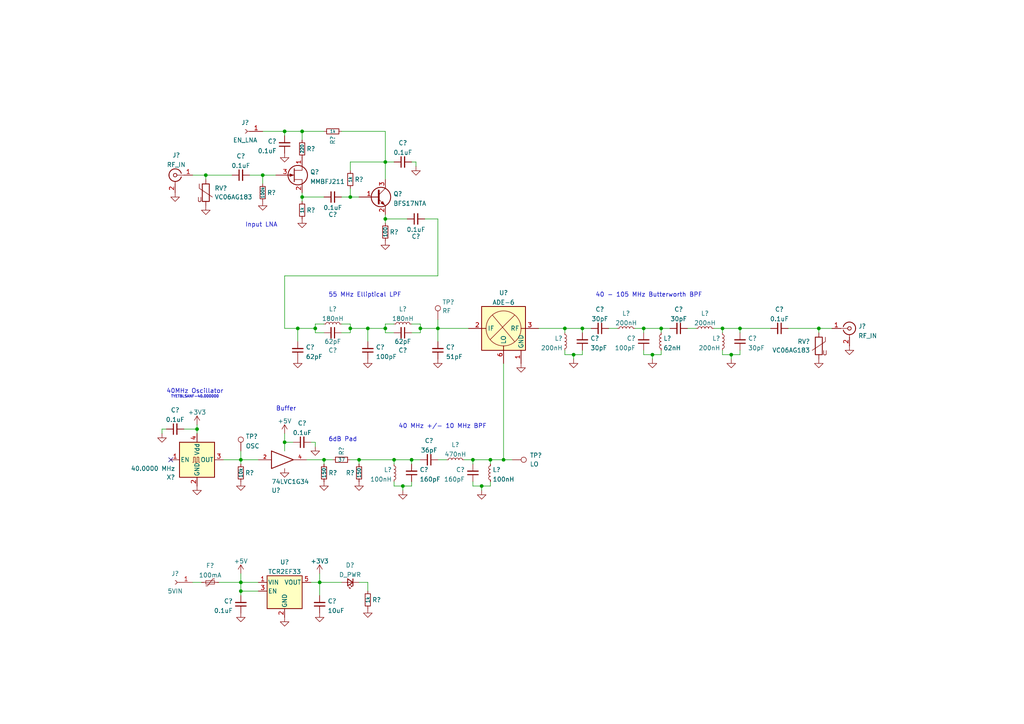
<source format=kicad_sch>
(kicad_sch (version 20211123) (generator eeschema)
  (paper "A4")
  (title_block (title "Panatap-Upconverter") (date "2022-04-26") (rev "A") (company "W3AXL"))
  (lib_symbols
    (symbol "74xGxx:74LVC1G34" (pin_names (offset 1.016))
      (property "Reference" "U" (at -2.54 3.81 0))
      (property "Value" "74LVC1G34" (at 0 -3.81 0))
      (symbol "74LVC1G34_0_1"
        (polyline (pts (xy -3.81 2.54) (xy -3.81 -2.54) (xy 2.54 0) (xy -3.81 2.54)) (stroke (width 0.254)))
      )
      (symbol "74LVC1G34_1_1"
        (pin input line (at -7.62 0 0) (length 3.81) (name "~") (number "2"))
        (pin power_in line (at 0 -2.54 270) (length 0) hide (name "GND") (number "3"))
        (pin output line (at 6.35 0 180) (length 3.81) (name "~") (number "4"))
        (pin power_in line (at 0 2.54 90) (length 0) hide (name "VCC") (number "5"))
      )
    )
    (symbol "Connector:Conn_01x01_Female" (pin_names (offset 1.016) hide)
      (property "Reference" "J" (at 0 2.54 0))
      (property "Value" "Conn_01x01_Female" (at 0 -2.54 0))
      (symbol "Conn_01x01_Female_1_1"
        (polyline (pts (xy -1.27 0) (xy -0.508 0)) (stroke (width 0.1524)))
        (arc (start 0 0.508) (mid -0.508 0) (end 0 -0.508) (stroke (width 0.1524)))
        (pin passive line (at -5.08 0 0) (length 3.81) (name "Pin_1") (number "1"))
      )
    )
    (symbol "Connector:Conn_Coaxial" (pin_names (offset 1.016) hide)
      (property "Reference" "J" (at 0.254 3.048 0))
      (property "Value" "Conn_Coaxial" (at 2.921 0 90))
      (symbol "Conn_Coaxial_0_1"
        (arc (start -1.778 -0.508) (mid 0.222 -1.808) (end 1.778 0) (stroke (width 0.254)))
        (polyline (pts (xy -2.54 0) (xy -0.508 0)))
        (polyline (pts (xy 0 -2.54) (xy 0 -1.778)))
        (circle (center 0 0) (radius 0.508) (stroke (width 0.2032)))
        (arc (start 1.778 0) (mid 0.2221 1.8083) (end -1.778 0.508) (stroke (width 0.254)))
      )
      (symbol "Conn_Coaxial_1_1"
        (pin passive line (at -5.08 0 0) (length 2.54) (name "In") (number "1"))
        (pin passive line (at 0 -5.08 90) (length 2.54) (name "Ext") (number "2"))
      )
    )
    (symbol "Connector:TestPoint" (pin_numbers hide) (pin_names (offset 0.762) hide)
      (property "Reference" "TP" (at 0 6.858 0))
      (property "Value" "TestPoint" (at 0 5.08 0))
      (symbol "TestPoint_0_1"
        (circle (center 0 3.302) (radius 0.762))
      )
      (symbol "TestPoint_1_1"
        (pin passive line (at 0 0 90) (length 2.54) (name "1") (number "1"))
      )
    )
    (symbol "Device:C_Small" (pin_numbers hide) (pin_names (offset 0.254) hide)
      (property "Reference" "C" (at 0.254 1.778 0))
      (property "Value" "C_Small" (at 0.254 -2.032 0))
      (symbol "C_Small_0_1"
        (polyline (pts (xy -1.524 -0.508) (xy 1.524 -0.508)) (stroke (width 0.3302)))
        (polyline (pts (xy -1.524 0.508) (xy 1.524 0.508)) (stroke (width 0.3048)))
      )
      (symbol "C_Small_1_1"
        (pin passive line (at 0 2.54 270) (length 2.032) (name "~") (number "1"))
        (pin passive line (at 0 -2.54 90) (length 2.032) (name "~") (number "2"))
      )
    )
    (symbol "Device:LED_Small" (pin_numbers hide) (pin_names (offset 0.254) hide)
      (property "Reference" "D" (at -1.27 3.175 0))
      (property "Value" "LED_Small" (at -4.445 -2.54 0))
      (symbol "LED_Small_0_1"
        (polyline (pts (xy -0.762 -1.016) (xy -0.762 1.016)) (stroke (width 0.254)))
        (polyline (pts (xy 1.016 0) (xy -0.762 0)))
        (polyline (pts (xy 0.762 -1.016) (xy -0.762 0) (xy 0.762 1.016) (xy 0.762 -1.016)) (stroke (width 0.254)))
        (polyline (pts (xy 0 0.762) (xy -0.508 1.27) (xy -0.254 1.27) (xy -0.508 1.27) (xy -0.508 1.016)))
        (polyline (pts (xy 0.508 1.27) (xy 0 1.778) (xy 0.254 1.778) (xy 0 1.778) (xy 0 1.524)))
      )
      (symbol "LED_Small_1_1"
        (pin passive line (at -2.54 0 0) (length 1.778) (name "K") (number "1"))
        (pin passive line (at 2.54 0 180) (length 1.778) (name "A") (number "2"))
      )
    )
    (symbol "Device:L_Small" (pin_numbers hide) (pin_names (offset 0.254) hide)
      (property "Reference" "L" (at 0.762 1.016 0))
      (property "Value" "L_Small" (at 0.762 -1.016 0))
      (symbol "L_Small_0_1"
        (arc (start 0 -2.032) (mid 0.508 -1.524) (end 0 -1.016))
        (arc (start 0 -1.016) (mid 0.508 -0.508) (end 0 0))
        (arc (start 0 0) (mid 0.508 0.508) (end 0 1.016))
        (arc (start 0 1.016) (mid 0.508 1.524) (end 0 2.032))
      )
      (symbol "L_Small_1_1"
        (pin passive line (at 0 2.54 270) (length 0.508) (name "~") (number "1"))
        (pin passive line (at 0 -2.54 90) (length 0.508) (name "~") (number "2"))
      )
    )
    (symbol "Device:Polyfuse_Small" (pin_numbers hide) (pin_names (offset 0))
      (property "Reference" "F" (at -1.905 0 90))
      (property "Value" "Polyfuse_Small" (at 1.905 0 90))
      (symbol "Polyfuse_Small_0_1"
        (rectangle (start -0.508 1.27) (end 0.508 -1.27))
        (polyline (pts (xy 0 2.54) (xy 0 -2.54)))
        (polyline (pts (xy -1.016 1.27) (xy -1.016 0.762) (xy 1.016 -0.762) (xy 1.016 -1.27)))
      )
      (symbol "Polyfuse_Small_1_1"
        (pin passive line (at 0 2.54 270) (length 0.635) (name "~") (number "1"))
        (pin passive line (at 0 -2.54 90) (length 0.635) (name "~") (number "2"))
      )
    )
    (symbol "Device:Q_NJFET_DSG" (pin_names (offset 0) hide)
      (property "Reference" "Q" (at 5.08 1.27 0))
      (property "Value" "Q_NJFET_DSG" (at 5.08 -1.27 0))
      (symbol "Q_NJFET_DSG_0_1"
        (polyline (pts (xy 0.254 1.905) (xy 0.254 -1.905) (xy 0.254 -1.905)) (stroke (width 0.254)))
        (polyline (pts (xy 2.54 -2.54) (xy 2.54 -1.27) (xy 0.254 -1.27)))
        (polyline (pts (xy 2.54 2.54) (xy 2.54 1.397) (xy 0.254 1.397)))
        (polyline (pts (xy 0 0) (xy -1.016 0.381) (xy -1.016 -0.381) (xy 0 0)) (fill (type outline)))
        (circle (center 1.27 0) (radius 2.8194) (stroke (width 0.254)))
      )
      (symbol "Q_NJFET_DSG_1_1"
        (pin passive line (at 2.54 5.08 270) (length 2.54) (name "D") (number "1"))
        (pin passive line (at 2.54 -5.08 90) (length 2.54) (name "S") (number "2"))
        (pin input line (at -5.08 0 0) (length 5.334) (name "G") (number "3"))
      )
    )
    (symbol "Device:Q_NPN_BEC" (pin_names (offset 0) hide)
      (property "Reference" "Q" (at 5.08 1.27 0))
      (property "Value" "Q_NPN_BEC" (at 5.08 -1.27 0))
      (symbol "Q_NPN_BEC_0_1"
        (polyline (pts (xy 0.635 0.635) (xy 2.54 2.54)))
        (polyline (pts (xy 0.635 -0.635) (xy 2.54 -2.54) (xy 2.54 -2.54)))
        (polyline (pts (xy 0.635 1.905) (xy 0.635 -1.905) (xy 0.635 -1.905)) (stroke (width 0.508)))
        (polyline (pts (xy 1.27 -1.778) (xy 1.778 -1.27) (xy 2.286 -2.286) (xy 1.27 -1.778) (xy 1.27 -1.778)) (fill (type outline)))
        (circle (center 1.27 0) (radius 2.8194) (stroke (width 0.254)))
      )
      (symbol "Q_NPN_BEC_1_1"
        (pin input line (at -5.08 0 0) (length 5.715) (name "B") (number "1"))
        (pin passive line (at 2.54 -5.08 90) (length 2.54) (name "E") (number "2"))
        (pin passive line (at 2.54 5.08 270) (length 2.54) (name "C") (number "3"))
      )
    )
    (symbol "Device:R_Small" (pin_numbers hide) (pin_names (offset 0.254) hide)
      (property "Reference" "R" (at 0.762 0.508 0))
      (property "Value" "R_Small" (at 0.762 -1.016 0))
      (symbol "R_Small_0_1"
        (rectangle (start -0.762 1.778) (end 0.762 -1.778) (stroke (width 0.2032)))
      )
      (symbol "R_Small_1_1"
        (pin passive line (at 0 2.54 270) (length 0.762) (name "~") (number "1"))
        (pin passive line (at 0 -2.54 90) (length 0.762) (name "~") (number "2"))
      )
    )
    (symbol "Device:Varistor" (pin_numbers hide) (pin_names (offset 0))
      (property "Reference" "RV" (at 3.175 0 90))
      (property "Value" "Varistor" (at -3.175 0 90))
      (symbol "Varistor_0_0"
        (text "U" (at -1.778 -2.032 0) (effects (font (size 1.27 1.27))))
      )
      (symbol "Varistor_0_1"
        (rectangle (start -1.016 -2.54) (end 1.016 2.54) (stroke (width 0.254)))
        (polyline (pts (xy -1.905 2.54) (xy -1.905 1.27) (xy 1.905 -1.27)))
      )
      (symbol "Varistor_1_1"
        (pin passive line (at 0 3.81 270) (length 1.27) (name "~") (number "1"))
        (pin passive line (at 0 -3.81 90) (length 1.27) (name "~") (number "2"))
      )
    )
    (symbol "Oscillator:TXC-7C" (pin_names (offset 0.254))
      (property "Reference" "X" (at -5.08 6.35 0))
      (property "Value" "TXC-7C" (at 1.27 -6.35 0))
      (symbol "TXC-7C_0_1"
        (rectangle (start -5.08 5.08) (end 5.08 -5.08) (stroke (width 0.254)) (fill (type background)))
        (polyline (pts (xy -1.27 -0.762) (xy -1.016 -0.762) (xy -1.016 0.762) (xy -0.508 0.762) (xy -0.508 -0.762) (xy 0 -0.762) (xy 0 0.762) (xy 0.508 0.762) (xy 0.508 -0.762) (xy 0.762 -0.762)))
      )
      (symbol "TXC-7C_1_1"
        (pin input line (at -7.62 0 0) (length 2.54) (name "EN") (number "1"))
        (pin power_in line (at 0 -7.62 90) (length 2.54) (name "GND") (number "2"))
        (pin output line (at 7.62 0 180) (length 2.54) (name "OUT") (number "3"))
        (pin power_in line (at 0 7.62 270) (length 2.54) (name "Vdd") (number "4"))
      )
    )
    (symbol "RF_Mixer:ADE-6"
      (property "Reference" "U" (at -6.35 7.62 0))
      (property "Value" "ADE-6" (at 6.35 7.62 0))
      (symbol "ADE-6_0_1"
        (rectangle (start -6.35 6.35) (end 6.35 -6.35) (stroke (width 0.254)) (fill (type background)))
        (polyline (pts (xy -3.175 -3.81) (xy 3.175 3.81)))
        (polyline (pts (xy 3.81 -3.175) (xy -3.175 3.81)))
        (circle (center 0 0) (radius 5.08))
      )
      (symbol "ADE-6_1_1"
        (pin power_in line (at -5.08 -10.16 90) (length 3.81) (name "GND") (number "1"))
        (pin output line (at 10.16 0 180) (length 5.08) (name "IF") (number "2"))
        (pin input line (at -10.16 0 0) (length 5.08) (name "RF") (number "3"))
        (pin passive line (at -5.08 -10.16 90) (length 3.81) hide (name "GND") (number "4"))
        (pin passive line (at -5.08 -10.16 90) (length 3.81) hide (name "GND") (number "5"))
        (pin input line (at 0 -10.16 90) (length 5.08) (name "LO") (number "6"))
      )
    )
    (symbol "Regulator_Linear:AP2127K-3.3" (pin_names (offset 0.254))
      (property "Reference" "U" (at -5.08 5.715 0))
      (property "Value" "AP2127K-3.3" (at 0 5.715 0))
      (symbol "AP2127K-3.3_0_1"
        (rectangle (start -5.08 4.445) (end 5.08 -5.08) (stroke (width 0.254)) (fill (type background)))
      )
      (symbol "AP2127K-3.3_1_1"
        (pin power_in line (at -7.62 2.54 0) (length 2.54) (name "VIN") (number "1"))
        (pin power_in line (at 0 -7.62 90) (length 2.54) (name "GND") (number "2"))
        (pin input line (at -7.62 0 0) (length 2.54) (name "EN") (number "3"))
        (pin no_connect line (at 5.08 0 180) (length 2.54) hide (name "NC") (number "4"))
        (pin power_out line (at 7.62 2.54 180) (length 2.54) (name "VOUT") (number "5"))
      )
    )
    (symbol "power:+3V3" (power) (pin_names (offset 0))
      (property "Value" "+3V3" (at 0 3.556 0))
      (symbol "+3V3_0_1"
        (polyline (pts (xy -0.762 1.27) (xy 0 2.54)))
        (polyline (pts (xy 0 0) (xy 0 2.54)))
        (polyline (pts (xy 0 2.54) (xy 0.762 1.27)))
      )
      (symbol "+3V3_1_1"
        (pin power_in line (at 0 0 90) (length 0) hide (name "+3V3") (number "1"))
      )
    )
    (symbol "power:+5V" (power) (pin_names (offset 0))
      (property "Value" "+5V" (at 0 3.556 0))
      (symbol "+5V_0_1"
        (polyline (pts (xy -0.762 1.27) (xy 0 2.54)))
        (polyline (pts (xy 0 0) (xy 0 2.54)))
        (polyline (pts (xy 0 2.54) (xy 0.762 1.27)))
      )
      (symbol "+5V_1_1"
        (pin power_in line (at 0 0 90) (length 0) hide (name "+5V") (number "1"))
      )
    )
    (symbol "power:GND" (power) (pin_names (offset 0))
      (property "Value" "GND" (at 0 -3.81 0))
      (symbol "GND_0_1"
        (polyline (pts (xy 0 0) (xy 0 -1.27) (xy 1.27 -1.27) (xy 0 -2.54) (xy -1.27 -1.27) (xy 0 -1.27)))
      )
      (symbol "GND_1_1"
        (pin power_in line (at 0 0 270) (length 0) hide (name "GND") (number "1"))
      )
    )
  )
  (junction (at 82.55 38.1))
  (junction (at 116.84 140.97))
  (junction (at 91.44 95.25))
  (junction (at 87.63 38.1))
  (junction (at 214.63 95.25))
  (junction (at 163.83 95.25))
  (junction (at 137.16 133.35))
  (junction (at 146.05 133.35))
  (junction (at 114.3 133.35))
  (junction (at 139.7 140.97))
  (junction (at 57.15 124.46))
  (junction (at 111.76 63.5))
  (junction (at 86.36 95.25))
  (junction (at 189.23 102.87))
  (junction (at 111.76 46.99))
  (junction (at 69.85 133.35))
  (junction (at 101.6 95.25))
  (junction (at 111.76 95.25))
  (junction (at 166.37 102.87))
  (junction (at 82.55 128.27))
  (junction (at 119.38 133.35))
  (junction (at 104.14 133.35))
  (junction (at 237.49 95.25))
  (junction (at 127 95.25))
  (junction (at 76.2 50.8))
  (junction (at 212.09 102.87))
  (junction (at 101.6 57.15))
  (junction (at 142.24 133.35))
  (junction (at 121.92 95.25))
  (junction (at 59.69 50.8))
  (junction (at 69.85 168.91))
  (junction (at 92.71 168.91))
  (junction (at 93.98 133.35))
  (junction (at 69.85 171.45))
  (junction (at 87.63 57.15))
  (junction (at 191.77 95.25))
  (junction (at 186.69 95.25))
  (junction (at 168.91 95.25))
  (junction (at 209.55 95.25))
  (junction (at 106.68 95.25))
  (no_connect (at 49.53 133.35))
  (wire (pts (xy 186.69 95.25) (xy 191.77 95.25)))
  (wire (pts (xy 214.63 95.25) (xy 223.52 95.25)))
  (wire (pts (xy 163.83 102.87) (xy 166.37 102.87)))
  (wire (pts (xy 184.15 95.25) (xy 186.69 95.25)))
  (wire (pts (xy 59.69 50.8) (xy 59.69 52.07)))
  (wire (pts (xy 46.99 124.46) (xy 46.99 125.73)))
  (wire (pts (xy 82.55 95.25) (xy 86.36 95.25)))
  (wire (pts (xy 90.17 128.27) (xy 91.44 128.27)))
  (wire (pts (xy 119.38 93.98) (xy 121.92 93.98)))
  (wire (pts (xy 228.6 95.25) (xy 237.49 95.25)))
  (wire (pts (xy 106.68 95.25) (xy 106.68 99.06)))
  (wire (pts (xy 69.85 133.35) (xy 74.93 133.35)))
  (wire (pts (xy 207.01 95.25) (xy 209.55 95.25)))
  (wire (pts (xy 142.24 133.35) (xy 142.24 134.62)))
  (wire (pts (xy 166.37 102.87) (xy 168.91 102.87)))
  (wire (pts (xy 111.76 93.98) (xy 111.76 95.25)))
  (wire (pts (xy 163.83 101.6) (xy 163.83 102.87)))
  (wire (pts (xy 186.69 95.25) (xy 186.69 96.52)))
  (wire (pts (xy 93.98 133.35) (xy 96.52 133.35)))
  (wire (pts (xy 101.6 49.53) (xy 101.6 46.99)))
  (wire (pts (xy 127 95.25) (xy 127 99.06)))
  (wire (pts (xy 237.49 95.25) (xy 237.49 96.52)))
  (wire (pts (xy 91.44 95.25) (xy 91.44 96.52)))
  (wire (pts (xy 119.38 46.99) (xy 120.65 46.99)))
  (wire (pts (xy 214.63 102.87) (xy 214.63 101.6)))
  (wire (pts (xy 146.05 133.35) (xy 146.05 105.41)))
  (wire (pts (xy 93.98 133.35) (xy 93.98 134.62)))
  (wire (pts (xy 127 95.25) (xy 135.89 95.25)))
  (wire (pts (xy 99.06 38.1) (xy 111.76 38.1)))
  (wire (pts (xy 69.85 133.35) (xy 69.85 134.62)))
  (wire (pts (xy 82.55 38.1) (xy 87.63 38.1)))
  (wire (pts (xy 69.85 168.91) (xy 74.93 168.91)))
  (wire (pts (xy 176.53 95.25) (xy 179.07 95.25)))
  (wire (pts (xy 137.16 139.7) (xy 137.16 140.97)))
  (wire (pts (xy 123.19 63.5) (xy 127 63.5)))
  (wire (pts (xy 166.37 102.87) (xy 166.37 104.14)))
  (wire (pts (xy 189.23 102.87) (xy 189.23 104.14)))
  (wire (pts (xy 114.3 140.97) (xy 116.84 140.97)))
  (wire (pts (xy 82.55 125.73) (xy 82.55 128.27)))
  (wire (pts (xy 101.6 93.98) (xy 101.6 95.25)))
  (wire (pts (xy 87.63 38.1) (xy 87.63 40.64)))
  (wire (pts (xy 212.09 102.87) (xy 214.63 102.87)))
  (wire (pts (xy 104.14 133.35) (xy 114.3 133.35)))
  (wire (pts (xy 99.06 93.98) (xy 101.6 93.98)))
  (wire (pts (xy 111.76 96.52) (xy 114.3 96.52)))
  (wire (pts (xy 168.91 95.25) (xy 171.45 95.25)))
  (wire (pts (xy 99.06 57.15) (xy 101.6 57.15)))
  (wire (pts (xy 139.7 140.97) (xy 139.7 142.24)))
  (wire (pts (xy 163.83 95.25) (xy 163.83 96.52)))
  (wire (pts (xy 55.88 50.8) (xy 59.69 50.8)))
  (wire (pts (xy 127 133.35) (xy 129.54 133.35)))
  (wire (pts (xy 92.71 168.91) (xy 99.06 168.91)))
  (wire (pts (xy 119.38 133.35) (xy 121.92 133.35)))
  (wire (pts (xy 127 63.5) (xy 127 80.01)))
  (wire (pts (xy 146.05 133.35) (xy 148.59 133.35)))
  (wire (pts (xy 86.36 95.25) (xy 91.44 95.25)))
  (wire (pts (xy 86.36 95.25) (xy 86.36 99.06)))
  (wire (pts (xy 53.34 124.46) (xy 57.15 124.46)))
  (wire (pts (xy 111.76 93.98) (xy 114.3 93.98)))
  (wire (pts (xy 168.91 95.25) (xy 168.91 96.52)))
  (wire (pts (xy 121.92 93.98) (xy 121.92 95.25)))
  (wire (pts (xy 127 80.01) (xy 82.55 80.01)))
  (wire (pts (xy 55.88 168.91) (xy 58.42 168.91)))
  (wire (pts (xy 120.65 46.99) (xy 120.65 48.26)))
  (wire (pts (xy 137.16 133.35) (xy 137.16 134.62)))
  (wire (pts (xy 91.44 128.27) (xy 91.44 129.54)))
  (wire (pts (xy 104.14 168.91) (xy 106.68 168.91)))
  (wire (pts (xy 63.5 168.91) (xy 69.85 168.91)))
  (wire (pts (xy 57.15 123.19) (xy 57.15 124.46)))
  (wire (pts (xy 191.77 95.25) (xy 194.31 95.25)))
  (wire (pts (xy 101.6 54.61) (xy 101.6 57.15)))
  (wire (pts (xy 209.55 95.25) (xy 214.63 95.25)))
  (wire (pts (xy 87.63 57.15) (xy 93.98 57.15)))
  (wire (pts (xy 119.38 133.35) (xy 119.38 134.62)))
  (wire (pts (xy 82.55 80.01) (xy 82.55 95.25)))
  (wire (pts (xy 114.3 133.35) (xy 119.38 133.35)))
  (wire (pts (xy 139.7 140.97) (xy 142.24 140.97)))
  (wire (pts (xy 186.69 101.6) (xy 186.69 102.87)))
  (wire (pts (xy 111.76 63.5) (xy 111.76 64.77)))
  (wire (pts (xy 76.2 50.8) (xy 80.01 50.8)))
  (wire (pts (xy 214.63 95.25) (xy 214.63 96.52)))
  (wire (pts (xy 90.17 168.91) (xy 92.71 168.91)))
  (wire (pts (xy 142.24 133.35) (xy 146.05 133.35)))
  (wire (pts (xy 48.26 124.46) (xy 46.99 124.46)))
  (wire (pts (xy 212.09 102.87) (xy 212.09 104.14)))
  (wire (pts (xy 87.63 57.15) (xy 87.63 58.42)))
  (wire (pts (xy 101.6 95.25) (xy 106.68 95.25)))
  (wire (pts (xy 91.44 93.98) (xy 91.44 95.25)))
  (wire (pts (xy 72.39 50.8) (xy 76.2 50.8)))
  (wire (pts (xy 76.2 38.1) (xy 82.55 38.1)))
  (wire (pts (xy 111.76 95.25) (xy 111.76 96.52)))
  (wire (pts (xy 119.38 140.97) (xy 119.38 139.7)))
  (wire (pts (xy 121.92 96.52) (xy 119.38 96.52)))
  (wire (pts (xy 101.6 46.99) (xy 111.76 46.99)))
  (wire (pts (xy 168.91 102.87) (xy 168.91 101.6)))
  (wire (pts (xy 209.55 102.87) (xy 212.09 102.87)))
  (wire (pts (xy 156.21 95.25) (xy 163.83 95.25)))
  (wire (pts (xy 76.2 50.8) (xy 76.2 53.34)))
  (wire (pts (xy 191.77 102.87) (xy 191.77 101.6)))
  (wire (pts (xy 116.84 140.97) (xy 116.84 142.24)))
  (wire (pts (xy 191.77 95.25) (xy 191.77 96.52)))
  (wire (pts (xy 101.6 96.52) (xy 99.06 96.52)))
  (wire (pts (xy 116.84 140.97) (xy 119.38 140.97)))
  (wire (pts (xy 57.15 124.46) (xy 57.15 125.73)))
  (wire (pts (xy 114.3 139.7) (xy 114.3 140.97)))
  (wire (pts (xy 142.24 140.97) (xy 142.24 139.7)))
  (wire (pts (xy 106.68 95.25) (xy 111.76 95.25)))
  (wire (pts (xy 111.76 63.5) (xy 118.11 63.5)))
  (wire (pts (xy 186.69 102.87) (xy 189.23 102.87)))
  (wire (pts (xy 91.44 96.52) (xy 93.98 96.52)))
  (wire (pts (xy 137.16 133.35) (xy 142.24 133.35)))
  (wire (pts (xy 101.6 133.35) (xy 104.14 133.35)))
  (wire (pts (xy 88.9 133.35) (xy 93.98 133.35)))
  (wire (pts (xy 121.92 95.25) (xy 127 95.25)))
  (wire (pts (xy 127 92.71) (xy 127 95.25)))
  (wire (pts (xy 82.55 38.1) (xy 82.55 39.37)))
  (wire (pts (xy 137.16 140.97) (xy 139.7 140.97)))
  (wire (pts (xy 69.85 166.37) (xy 69.85 168.91)))
  (wire (pts (xy 69.85 168.91) (xy 69.85 171.45)))
  (wire (pts (xy 189.23 102.87) (xy 191.77 102.87)))
  (wire (pts (xy 59.69 50.8) (xy 67.31 50.8)))
  (wire (pts (xy 114.3 133.35) (xy 114.3 134.62)))
  (wire (pts (xy 134.62 133.35) (xy 137.16 133.35)))
  (wire (pts (xy 209.55 95.25) (xy 209.55 96.52)))
  (wire (pts (xy 101.6 57.15) (xy 104.14 57.15)))
  (wire (pts (xy 111.76 46.99) (xy 111.76 52.07)))
  (wire (pts (xy 92.71 166.37) (xy 92.71 168.91)))
  (wire (pts (xy 111.76 46.99) (xy 114.3 46.99)))
  (wire (pts (xy 87.63 38.1) (xy 93.98 38.1)))
  (wire (pts (xy 209.55 101.6) (xy 209.55 102.87)))
  (wire (pts (xy 199.39 95.25) (xy 201.93 95.25)))
  (wire (pts (xy 111.76 62.23) (xy 111.76 63.5)))
  (wire (pts (xy 163.83 95.25) (xy 168.91 95.25)))
  (wire (pts (xy 69.85 130.81) (xy 69.85 133.35)))
  (wire (pts (xy 91.44 93.98) (xy 93.98 93.98)))
  (wire (pts (xy 101.6 95.25) (xy 101.6 96.52)))
  (wire (pts (xy 82.55 128.27) (xy 85.09 128.27)))
  (wire (pts (xy 87.63 55.88) (xy 87.63 57.15)))
  (wire (pts (xy 121.92 95.25) (xy 121.92 96.52)))
  (wire (pts (xy 106.68 168.91) (xy 106.68 171.45)))
  (wire (pts (xy 237.49 95.25) (xy 241.3 95.25)))
  (wire (pts (xy 82.55 128.27) (xy 82.55 130.81)))
  (wire (pts (xy 69.85 171.45) (xy 69.85 172.72)))
  (wire (pts (xy 111.76 38.1) (xy 111.76 46.99)))
  (wire (pts (xy 92.71 168.91) (xy 92.71 172.72)))
  (wire (pts (xy 104.14 133.35) (xy 104.14 134.62)))
  (wire (pts (xy 64.77 133.35) (xy 69.85 133.35)))
  (wire (pts (xy 69.85 171.45) (xy 74.93 171.45)))
  (text "40 MHz +/- 10 MHz BPF" (at 115.57 124.46 0) (effects (font (size 1.27 1.27)) (justify left bottom)))
  (text "Buffer" (at 80.01 119.38 0) (effects (font (size 1.27 1.27)) (justify left bottom)))
  (text "6dB Pad" (at 95.25 128.27 0) (effects (font (size 1.27 1.27)) (justify left bottom)))
  (text "40MHz Oscillator" (at 48.26 114.3 0) (effects (font (size 1.27 1.27)) (justify left bottom)))
  (text "55 MHz Elliptical LPF" (at 95.25 86.36 0) (effects (font (size 1.27 1.27)) (justify left bottom)))
  (text "40 - 105 MHz Butterworth BPF" (at 172.72 86.36 0) (effects (font (size 1.27 1.27)) (justify left bottom)))
  (text "TYETBLSANF-40.000000" (at 49.53 115.57 0) (effects (font (size 0.762 0.762)) (justify left bottom)))
  (text "Input LNA" (at 71.12 66.04 0) (effects (font (size 1.27 1.27)) (justify left bottom)))
  (symbol (lib_id "power:GND") (at 104.14 139.7 0) (unit 1)
    (property "Reference" "#PWR?" (effects hide))
    (property "Value" "GND" (effects hide))
  )
  (symbol (lib_id "Device:R_Small") (at 69.85 137.16 180) (unit 1)
    (property "Reference" "R?" (at 71.12 137.16 0) (effects (justify right)))
    (property "Value" "10k" (at 69.85 137.16 90) (effects (font (size 1.016 1.016))))
  )
  (symbol (lib_id "Device:R_Small") (at 106.68 173.99 180) (unit 1)
    (property "Reference" "R?" (at 107.95 173.99 0) (effects (justify right)))
    (property "Value" "1k" (at 106.68 173.99 90) (effects (font (size 1.016 1.016))))
  )
  (symbol (lib_id "Device:C_Small") (at 186.69 99.06 0) (mirror x) (unit 1)
    (property "Reference" "C?" (at 184.3659 98.1451 0) (effects (justify right)))
    (property "Value" "100pF" (at 184.3659 100.9202 0) (effects (justify right)))
  )
  (symbol (lib_id "Device:L_Small") (at 181.61 95.25 270) (mirror x) (unit 1)
    (property "Reference" "L?" (at 181.61 90.9025 90))
    (property "Value" "200nH" (at 181.61 93.6776 90))
  )
  (symbol (lib_id "Device:C_Small") (at 86.36 101.6 180) (unit 1)
    (property "Reference" "C?" (at 88.6841 100.6851 0) (effects (justify right)))
    (property "Value" "62pF" (at 88.6841 103.4602 0) (effects (justify right)))
  )
  (symbol (lib_id "power:GND") (at 69.85 139.7 0) (unit 1)
    (property "Reference" "#PWR?" (effects hide))
    (property "Value" "GND" (effects hide))
  )
  (symbol (lib_id "power:GND") (at 189.23 104.14 0) (unit 1)
    (property "Reference" "#PWR?" (effects hide))
    (property "Value" "GND" (effects hide))
  )
  (symbol (lib_id "power:GND") (at 91.44 129.54 0) (unit 1)
    (property "Reference" "#PWR?" (effects hide))
    (property "Value" "GND" (effects hide))
  )
  (symbol (lib_id "power:GND") (at 87.63 63.5 0) (unit 1)
    (property "Reference" "#PWR?" (effects hide))
    (property "Value" "GND" (effects hide))
  )
  (symbol (lib_id "Device:L_Small") (at 209.55 99.06 0) (mirror x) (unit 1)
    (property "Reference" "L?" (at 208.9151 98.1515 0) (effects (justify right)))
    (property "Value" "200nH" (at 208.9151 100.9266 0) (effects (justify right)))
  )
  (symbol (lib_id "power:GND") (at 166.37 104.14 0) (unit 1)
    (property "Reference" "#PWR?" (effects hide))
    (property "Value" "GND" (effects hide))
  )
  (symbol (lib_id "Device:C_Small") (at 127 101.6 180) (unit 1)
    (property "Reference" "C?" (at 129.3241 100.6851 0) (effects (justify right)))
    (property "Value" "51pF" (at 129.3241 103.4602 0) (effects (justify right)))
  )
  (symbol (lib_id "power:GND") (at 237.49 104.14 0) (mirror y) (unit 1)
    (property "Reference" "#PWR?" (effects hide))
    (property "Value" "GND" (effects hide))
  )
  (symbol (lib_id "power:GND") (at 46.99 125.73 0) (unit 1)
    (property "Reference" "#PWR?" (effects hide))
    (property "Value" "GND" (effects hide))
  )
  (symbol (lib_id "power:GND") (at 59.69 59.69 0) (unit 1)
    (property "Reference" "#PWR?" (effects hide))
    (property "Value" "GND" (effects hide))
  )
  (symbol (lib_id "power:GND") (at 111.76 69.85 0) (unit 1)
    (property "Reference" "#PWR?" (effects hide))
    (property "Value" "GND" (effects hide))
  )
  (symbol (lib_id "power:GND") (at 106.68 104.14 0) (unit 1)
    (property "Reference" "#PWR?" (effects hide))
    (property "Value" "GND" (effects hide))
  )
  (symbol (lib_id "Device:R_Small") (at 93.98 137.16 180) (unit 1)
    (property "Reference" "R?" (at 95.25 137.16 0) (effects (justify right)))
    (property "Value" "150" (at 93.98 137.16 90) (effects (font (size 1.016 1.016))))
  )
  (symbol (lib_id "Device:C_Small") (at 87.63 128.27 90) (unit 1)
    (property "Reference" "C?" (at 87.6363 122.7414 90))
    (property "Value" "0.1uF" (at 87.6363 125.5165 90))
  )
  (symbol (lib_id "power:GND") (at 57.15 140.97 0) (unit 1)
    (property "Reference" "#PWR?" (effects hide))
    (property "Value" "GND" (effects hide))
  )
  (symbol (lib_id "Device:R_Small") (at 104.14 137.16 0) (mirror x) (unit 1)
    (property "Reference" "R?" (at 102.87 137.16 0) (effects (justify right)))
    (property "Value" "150" (at 104.14 137.16 90) (effects (font (size 1.016 1.016))))
  )
  (symbol (lib_id "Device:C_Small") (at 119.38 137.16 180) (unit 1)
    (property "Reference" "C?" (at 121.7041 136.2451 0) (effects (justify right)))
    (property "Value" "160pF" (at 121.7041 139.0202 0) (effects (justify right)))
  )
  (symbol (lib_id "Device:Q_NJFET_DSG") (at 85.09 50.8 0) (unit 1)
    (property "Reference" "Q?" (at 89.9414 49.8915 0) (effects (justify left)))
    (property "Value" "MMBFJ211" (at 89.9414 52.6666 0) (effects (justify left)))
  )
  (symbol (lib_id "Oscillator:TXC-7C") (at 57.15 133.35 0) (unit 1)
    (property "Reference" "X?" (at 50.8 138.43 0) (effects (justify right)))
    (property "Value" "40.0000 MHz" (at 50.8 135.89 0) (effects (justify right)))
    (property "Footprint" "Oscillator:Oscillator_SMD_TXC_7C-4Pin_5.0x3.2mm" (effects hide))
    (property "Datasheet" "http://www.txccorp.com/download/products/osc/7C_o.pdf" (effects hide))
  )
  (symbol (lib_id "Connector:Conn_01x01_Female") (at 50.8 168.91 0) (mirror y) (unit 1)
    (property "Reference" "J?" (at 50.8 166.37 0))
    (property "Value" "5VIN" (at 50.8 171.45 0))
  )
  (symbol (lib_id "Device:L_Small") (at 114.3 137.16 0) (mirror x) (unit 1)
    (property "Reference" "L?" (at 113.6651 136.2515 0) (effects (justify right)))
    (property "Value" "100nH" (at 113.6651 139.0266 0) (effects (justify right)))
  )
  (symbol (lib_id "power:+3V3") (at 92.71 166.37 0) (unit 1)
    (property "Reference" "#PWR?" (effects hide))
    (property "Value" "+3V3" (at 92.71 162.7655 0))
  )
  (symbol (lib_id "Device:C_Small") (at 137.16 137.16 0) (mirror x) (unit 1)
    (property "Reference" "C?" (at 134.8359 136.2451 0) (effects (justify right)))
    (property "Value" "160pF" (at 134.8359 139.0202 0) (effects (justify right)))
  )
  (symbol (lib_id "Device:C_Small") (at 82.55 41.91 0) (mirror x) (unit 1)
    (property "Reference" "C?" (at 80.2259 40.9951 0) (effects (justify right)))
    (property "Value" "0.1uF" (at 80.2259 43.7702 0) (effects (justify right)))
  )
  (symbol (lib_id "Device:C_Small") (at 69.85 175.26 0) (mirror x) (unit 1)
    (property "Reference" "C?" (at 67.5259 174.3451 0) (effects (justify right)))
    (property "Value" "0.1uF" (at 67.5259 177.1202 0) (effects (justify right)))
  )
  (symbol (lib_id "Device:R_Small") (at 111.76 67.31 180) (unit 1)
    (property "Reference" "R?" (at 113.03 67.31 0) (effects (justify right)))
    (property "Value" "100" (at 111.76 67.31 90) (effects (font (size 1.016 1.016))))
  )
  (symbol (lib_id "power:GND") (at 82.55 44.45 0) (unit 1)
    (property "Reference" "#PWR?" (effects hide))
    (property "Value" "GND" (effects hide))
  )
  (symbol (lib_id "Device:C_Small") (at 124.46 133.35 270) (unit 1)
    (property "Reference" "C?" (at 124.4536 127.8214 90))
    (property "Value" "36pF" (at 124.4536 130.5965 90))
  )
  (symbol (lib_id "Device:R_Small") (at 87.63 60.96 180) (unit 1)
    (property "Reference" "R?" (at 88.9 60.96 0) (effects (justify right)))
    (property "Value" "1k" (at 87.63 60.96 90) (effects (font (size 0.889 0.889))))
  )
  (symbol (lib_id "Connector:TestPoint") (at 148.59 133.35 270) (unit 1)
    (property "Reference" "TP?" (at 153.67 132.08 90) (effects (justify left)))
    (property "Value" "LO" (at 153.67 134.62 90) (effects (justify left)))
  )
  (symbol (lib_id "power:GND") (at 82.55 135.89 0) (unit 1)
    (property "Reference" "#PWR?" (effects hide))
    (property "Value" "GND" (effects hide))
  )
  (symbol (lib_id "Device:Varistor") (at 237.49 100.33 0) (mirror y) (unit 1)
    (property "Reference" "RV?" (at 234.95 99.06 0) (effects (justify left)))
    (property "Value" "VC06AG183" (at 234.95 101.6 0) (effects (justify left)))
  )
  (symbol (lib_id "power:GND") (at 69.85 177.8 0) (unit 1)
    (property "Reference" "#PWR?" (effects hide))
    (property "Value" "GND" (effects hide))
  )
  (symbol (lib_id "Device:Q_NPN_BEC") (at 109.22 57.15 0) (unit 1)
    (property "Reference" "Q?" (at 114.0714 56.2415 0) (effects (justify left)))
    (property "Value" "BFS17NTA" (at 114.0714 59.0166 0) (effects (justify left)))
  )
  (symbol (lib_id "Device:Polyfuse_Small") (at 60.96 168.91 90) (unit 1)
    (property "Reference" "F?" (at 60.96 164.0545 90))
    (property "Value" "100mA" (at 60.96 166.8296 90))
  )
  (symbol (lib_id "Connector:TestPoint") (at 127 92.71 0) (unit 1)
    (property "Reference" "TP?" (at 128.27 87.63 0) (effects (justify left)))
    (property "Value" "RF" (at 128.27 90.17 0) (effects (justify left)))
  )
  (symbol (lib_id "power:GND") (at 212.09 104.14 0) (unit 1)
    (property "Reference" "#PWR?" (effects hide))
    (property "Value" "GND" (effects hide))
  )
  (symbol (lib_id "Device:C_Small") (at 69.85 50.8 90) (unit 1)
    (property "Reference" "C?" (at 69.8563 45.2714 90))
    (property "Value" "0.1uF" (at 69.8563 48.0465 90))
  )
  (symbol (lib_id "Connector:Conn_Coaxial") (at 246.38 95.25 0) (unit 1)
    (property "Reference" "J?" (at 248.92 94.6347 0) (effects (justify left)))
    (property "Value" "RF_IN" (at 248.92 97.4098 0) (effects (justify left)))
    (property "Datasheet" " ~" (effects hide))
  )
  (symbol (lib_id "power:GND") (at 139.7 142.24 0) (unit 1)
    (property "Reference" "#PWR?" (effects hide))
    (property "Value" "GND" (effects hide))
  )
  (symbol (lib_id "power:+5V") (at 69.85 166.37 0) (unit 1)
    (property "Reference" "#PWR?" (effects hide))
    (property "Value" "+5V" (at 69.85 162.7655 0))
  )
  (symbol (lib_id "Connector:Conn_01x01_Female") (at 71.12 38.1 0) (mirror y) (unit 1)
    (property "Reference" "J?" (at 71.12 35.56 0))
    (property "Value" "EN_LNA" (at 71.12 40.64 0))
  )
  (symbol (lib_id "power:GND") (at 82.55 179.07 0) (unit 1)
    (property "Reference" "#PWR?" (effects hide))
    (property "Value" "GND" (effects hide))
  )
  (symbol (lib_id "Device:R_Small") (at 87.63 43.18 180) (unit 1)
    (property "Reference" "R?" (at 88.9 43.18 0) (effects (justify right)))
    (property "Value" "220" (at 87.63 43.18 90) (effects (font (size 0.889 0.889))))
  )
  (symbol (lib_id "Device:C_Small") (at 92.71 175.26 180) (unit 1)
    (property "Reference" "C?" (at 95.0341 174.3451 0) (effects (justify right)))
    (property "Value" "10uF" (at 95.0341 177.1202 0) (effects (justify right)))
  )
  (symbol (lib_id "Device:R_Small") (at 96.52 38.1 90) (unit 1)
    (property "Reference" "R?" (at 96.52 39.37 0) (effects (justify right)))
    (property "Value" "1k" (at 96.52 38.1 90) (effects (font (size 0.889 0.889))))
  )
  (symbol (lib_id "Device:L_Small") (at 96.52 93.98 270) (mirror x) (unit 1)
    (property "Reference" "L?" (at 96.52 89.6325 90))
    (property "Value" "180nH" (at 96.52 92.4076 90))
  )
  (symbol (lib_id "Device:R_Small") (at 99.06 133.35 270) (unit 1)
    (property "Reference" "R?" (at 99.06 132.08 0) (effects (justify right)))
    (property "Value" "37" (at 99.06 133.35 90) (effects (font (size 1.016 1.016))))
  )
  (symbol (lib_id "power:GND") (at 151.13 105.41 0) (unit 1)
    (property "Reference" "#PWR?" (effects hide))
    (property "Value" "GND" (effects hide))
  )
  (symbol (lib_id "Device:C_Small") (at 168.91 99.06 180) (unit 1)
    (property "Reference" "C?" (at 171.2341 98.1451 0) (effects (justify right)))
    (property "Value" "30pF" (at 171.2341 100.9202 0) (effects (justify right)))
  )
  (symbol (lib_id "RF_Mixer:ADE-6") (at 146.05 95.25 0) (mirror y) (unit 1)
    (property "Reference" "U?" (at 146.05 84.9335 0))
    (property "Value" "ADE-6" (at 146.05 87.7086 0))
    (property "Footprint" "RF_Mini-Circuits:Mini-Circuits_CD542_LandPatternPL-052" (effects hide))
    (property "Datasheet" "https://www.minicircuits.com/pdfs/ADE-6.pdf" (effects hide))
  )
  (symbol (lib_id "power:GND") (at 76.2 58.42 0) (unit 1)
    (property "Reference" "#PWR?" (effects hide))
    (property "Value" "GND" (effects hide))
  )
  (symbol (lib_id "power:GND") (at 86.36 104.14 0) (unit 1)
    (property "Reference" "#PWR?" (effects hide))
    (property "Value" "GND" (effects hide))
  )
  (symbol (lib_id "Device:LED_Small") (at 101.6 168.91 180) (unit 1)
    (property "Reference" "D?" (at 101.5365 163.9275 0))
    (property "Value" "D_PWR" (at 101.5365 166.7026 0))
  )
  (symbol (lib_id "Device:C_Small") (at 196.85 95.25 270) (unit 1)
    (property "Reference" "C?" (at 196.8436 89.7214 90))
    (property "Value" "30pF" (at 196.8436 92.4965 90))
  )
  (symbol (lib_id "power:GND") (at 116.84 142.24 0) (unit 1)
    (property "Reference" "#PWR?" (effects hide))
    (property "Value" "GND" (effects hide))
  )
  (symbol (lib_id "Device:C_Small") (at 50.8 124.46 90) (unit 1)
    (property "Reference" "C?" (at 50.8063 118.9314 90))
    (property "Value" "0.1uF" (at 50.8063 121.7065 90))
  )
  (symbol (lib_id "Connector:TestPoint") (at 69.85 130.81 0) (unit 1)
    (property "Reference" "TP?" (at 71.247 126.5995 0) (effects (justify left)))
    (property "Value" "OSC" (at 71.247 129.3746 0) (effects (justify left)))
  )
  (symbol (lib_id "Device:R_Small") (at 101.6 52.07 180) (unit 1)
    (property "Reference" "R?" (at 102.87 52.07 0) (effects (justify right)))
    (property "Value" "1k" (at 101.6 52.07 90) (effects (font (size 0.889 0.889))))
  )
  (symbol (lib_id "power:+5V") (at 82.55 125.73 0) (unit 1)
    (property "Reference" "#PWR?" (effects hide))
    (property "Value" "+5V" (at 82.55 122.1255 0))
  )
  (symbol (lib_id "Device:L_Small") (at 163.83 99.06 0) (mirror x) (unit 1)
    (property "Reference" "L?" (at 163.1951 98.1515 0) (effects (justify right)))
    (property "Value" "200nH" (at 163.1951 100.9266 0) (effects (justify right)))
  )
  (symbol (lib_id "Device:C_Small") (at 214.63 99.06 180) (unit 1)
    (property "Reference" "C?" (at 216.9541 98.1451 0) (effects (justify right)))
    (property "Value" "30pF" (at 216.9541 100.9202 0) (effects (justify right)))
  )
  (symbol (lib_id "Device:C_Small") (at 106.68 101.6 180) (unit 1)
    (property "Reference" "C?" (at 109.0041 100.6851 0) (effects (justify right)))
    (property "Value" "100pF" (at 109.0041 103.4602 0) (effects (justify right)))
  )
  (symbol (lib_id "Device:C_Small") (at 116.84 96.52 270) (mirror x) (unit 1)
    (property "Reference" "C?" (at 116.84 101.6 90))
    (property "Value" "62pF" (at 116.84 99.06 90))
  )
  (symbol (lib_id "Device:Varistor") (at 59.69 55.88 0) (unit 1)
    (property "Reference" "RV?" (at 62.23 54.61 0) (effects (justify left)))
    (property "Value" "VC06AG183" (at 62.23 57.15 0) (effects (justify left)))
  )
  (symbol (lib_id "Device:L_Small") (at 132.08 133.35 270) (mirror x) (unit 1)
    (property "Reference" "L?" (at 132.08 129.0025 90))
    (property "Value" "470nH" (at 132.08 131.7776 90))
  )
  (symbol (lib_id "Device:L_Small") (at 191.77 99.06 180) (unit 1)
    (property "Reference" "L?" (at 192.405 98.1515 0) (effects (justify right)))
    (property "Value" "62nH" (at 192.405 100.9266 0) (effects (justify right)))
  )
  (symbol (lib_id "Device:C_Small") (at 226.06 95.25 270) (mirror x) (unit 1)
    (property "Reference" "C?" (at 226.0537 89.7214 90))
    (property "Value" "0.1uF" (at 226.0537 92.4965 90))
  )
  (symbol (lib_id "Device:C_Small") (at 173.99 95.25 270) (unit 1)
    (property "Reference" "C?" (at 173.9836 89.7214 90))
    (property "Value" "30pF" (at 173.9836 92.4965 90))
  )
  (symbol (lib_id "power:GND") (at 127 104.14 0) (unit 1)
    (property "Reference" "#PWR?" (effects hide))
    (property "Value" "GND" (effects hide))
  )
  (symbol (lib_id "Device:L_Small") (at 142.24 137.16 180) (unit 1)
    (property "Reference" "L?" (at 142.875 136.2515 0) (effects (justify right)))
    (property "Value" "100nH" (at 142.875 139.0266 0) (effects (justify right)))
  )
  (symbol (lib_id "Device:L_Small") (at 116.84 93.98 270) (mirror x) (unit 1)
    (property "Reference" "L?" (at 116.84 89.6325 90))
    (property "Value" "180nH" (at 116.84 92.4076 90))
  )
  (symbol (lib_id "power:GND") (at 50.8 55.88 0) (unit 1)
    (property "Reference" "#PWR?" (effects hide))
    (property "Value" "GND" (effects hide))
  )
  (symbol (lib_id "Device:C_Small") (at 96.52 96.52 270) (mirror x) (unit 1)
    (property "Reference" "C?" (at 96.52 101.6 90))
    (property "Value" "62pF" (at 96.52 99.06 90))
  )
  (symbol (lib_id "Connector:Conn_Coaxial") (at 50.8 50.8 0) (mirror y) (unit 1)
    (property "Reference" "J?" (at 51.1174 45.0069 0))
    (property "Value" "RF_IN" (at 51.1174 47.782 0))
    (property "Datasheet" " ~" (effects hide))
  )
  (symbol (lib_id "Device:C_Small") (at 120.65 63.5 90) (unit 1)
    (property "Reference" "C?" (at 120.65 68.58 90))
    (property "Value" "0.1uF" (at 120.65 67.31 90) (effects (justify top)))
  )
  (symbol (lib_id "power:+3V3") (at 57.15 123.19 0) (unit 1)
    (property "Reference" "#PWR?" (effects hide))
    (property "Value" "+3V3" (at 57.15 119.5855 0))
  )
  (symbol (lib_id "power:GND") (at 92.71 177.8 0) (unit 1)
    (property "Reference" "#PWR?" (effects hide))
    (property "Value" "GND" (effects hide))
  )
  (symbol (lib_id "74xGxx:74LVC1G34") (at 82.55 133.35 0) (unit 1)
    (property "Reference" "U?" (at 78.74 142.24 0) (effects (justify left)))
    (property "Value" "74LVC1G34" (at 78.74 139.7 0) (effects (justify left)))
    (property "Datasheet" "http://www.ti.com/lit/sg/scyt129e/scyt129e.pdf" (effects hide))
  )
  (symbol (lib_id "Device:L_Small") (at 204.47 95.25 270) (mirror x) (unit 1)
    (property "Reference" "L?" (at 204.47 90.9025 90))
    (property "Value" "200nH" (at 204.47 93.6776 90))
  )
  (symbol (lib_id "power:GND") (at 120.65 48.26 0) (unit 1)
    (property "Reference" "#PWR?" (effects hide))
    (property "Value" "GND" (effects hide))
  )
  (symbol (lib_id "Regulator_Linear:AP2127K-3.3") (at 82.55 171.45 0) (unit 1)
    (property "Reference" "U?" (at 82.55 163.0385 0))
    (property "Value" "TCR2EF33" (at 82.55 165.8136 0))
    (property "Footprint" "Package_TO_SOT_SMD:SOT-23-5" (effects hide))
    (property "Datasheet" "https://www.diodes.com/assets/Datasheets/AP2127.pdf" (effects hide))
  )
  (symbol (lib_id "power:GND") (at 93.98 139.7 0) (unit 1)
    (property "Reference" "#PWR?" (effects hide))
    (property "Value" "GND" (effects hide))
  )
  (symbol (lib_id "power:GND") (at 106.68 176.53 0) (unit 1)
    (property "Reference" "#PWR?" (effects hide))
    (property "Value" "GND" (effects hide))
  )
  (symbol (lib_id "power:GND") (at 246.38 100.33 0) (mirror y) (unit 1)
    (property "Reference" "#PWR?" (effects hide))
    (property "Value" "GND" (effects hide))
  )
  (symbol (lib_id "Device:R_Small") (at 76.2 55.88 180) (unit 1)
    (property "Reference" "R?" (at 77.47 55.88 0) (effects (justify right)))
    (property "Value" "100k" (at 76.2 55.88 90) (effects (font (size 0.889 0.889))))
  )
  (symbol (lib_id "Device:C_Small") (at 96.52 57.15 90) (unit 1)
    (property "Reference" "C?" (at 96.52 62.23 90))
    (property "Value" "0.1uF" (at 96.52 60.96 90) (effects (justify top)))
  )
  (symbol (lib_id "Device:C_Small") (at 116.84 46.99 90) (mirror x) (unit 1)
    (property "Reference" "C?" (at 116.8463 41.4614 90))
    (property "Value" "0.1uF" (at 116.8463 44.2365 90))
  )
)
</source>
